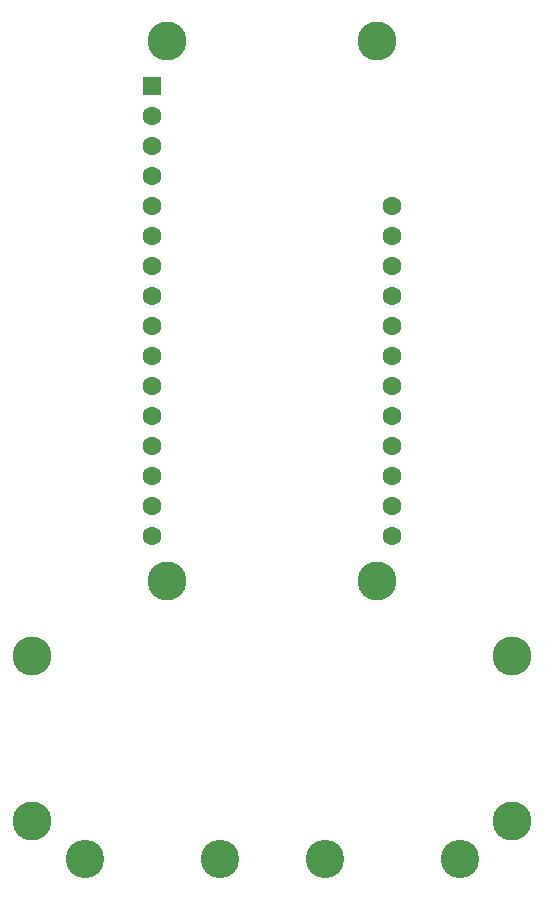
<source format=gbs>
G04 #@! TF.GenerationSoftware,KiCad,Pcbnew,(6.0.8-1)-1*
G04 #@! TF.CreationDate,2023-04-13T00:42:50-04:00*
G04 #@! TF.ProjectId,featherwing_rs485,66656174-6865-4727-9769-6e675f727334,1*
G04 #@! TF.SameCoordinates,Original*
G04 #@! TF.FileFunction,Soldermask,Bot*
G04 #@! TF.FilePolarity,Negative*
%FSLAX46Y46*%
G04 Gerber Fmt 4.6, Leading zero omitted, Abs format (unit mm)*
G04 Created by KiCad (PCBNEW (6.0.8-1)-1) date 2023-04-13 00:42:50*
%MOMM*%
%LPD*%
G01*
G04 APERTURE LIST*
%ADD10C,3.250000*%
%ADD11C,3.302000*%
%ADD12R,1.600000X1.600000*%
%ADD13C,1.600000*%
G04 APERTURE END LIST*
D10*
X89535000Y-126365000D03*
X78105000Y-126365000D03*
D11*
X82550000Y-57150000D03*
X82550000Y-102870000D03*
X53340000Y-109220000D03*
X64770000Y-57150000D03*
X53340000Y-123190000D03*
X93980000Y-109220000D03*
X64770000Y-102870000D03*
X93980000Y-123190000D03*
D12*
X63500000Y-60960000D03*
D13*
X63500000Y-63500000D03*
X63500000Y-66040000D03*
X63500000Y-68580000D03*
X63500000Y-71120000D03*
X63500000Y-73660000D03*
X63500000Y-76200000D03*
X63500000Y-78740000D03*
X63500000Y-81280000D03*
X63500000Y-83820000D03*
X63500000Y-86360000D03*
X63500000Y-88900000D03*
X63500000Y-91440000D03*
X63500000Y-93980000D03*
X63500000Y-96520000D03*
X63500000Y-99060000D03*
X83820000Y-99060000D03*
X83820000Y-96520000D03*
X83820000Y-93980000D03*
X83820000Y-91440000D03*
X83820000Y-88900000D03*
X83820000Y-86360000D03*
X83820000Y-83820000D03*
X83820000Y-81280000D03*
X83820000Y-78740000D03*
X83820000Y-76200000D03*
X83820000Y-73660000D03*
X83820000Y-71120000D03*
D10*
X69215000Y-126431000D03*
X57785000Y-126431000D03*
M02*

</source>
